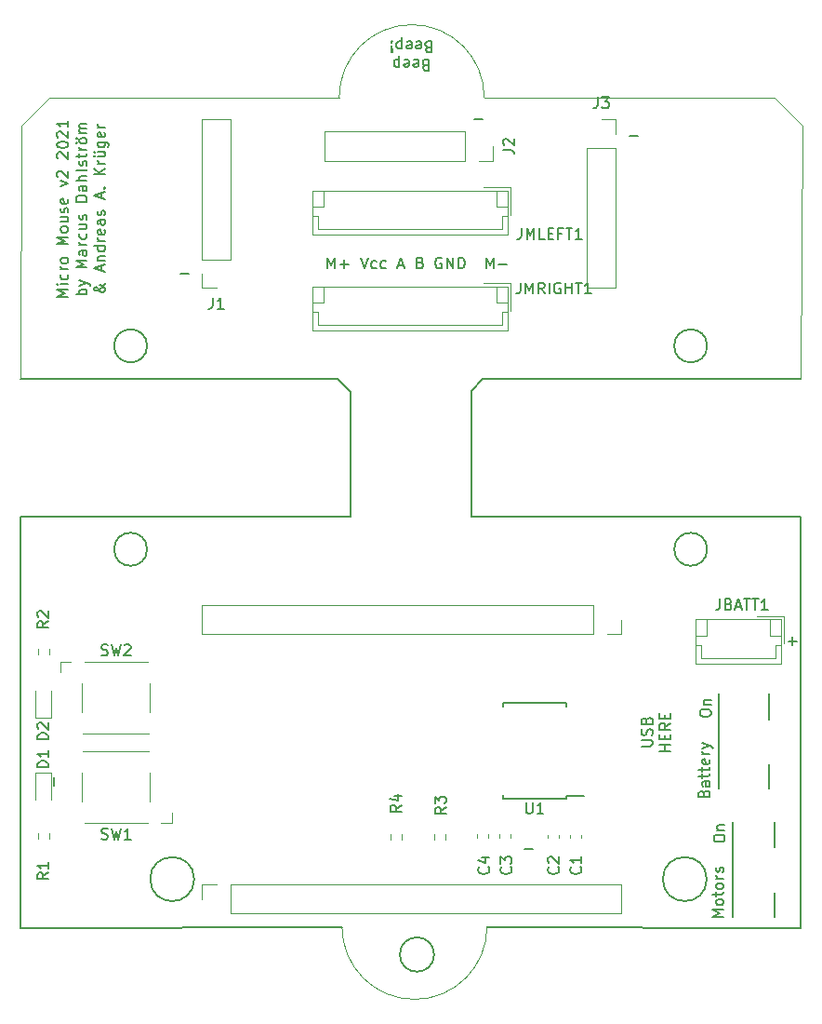
<source format=gbr>
G04 #@! TF.GenerationSoftware,KiCad,Pcbnew,5.1.10-88a1d61d58~90~ubuntu20.04.1*
G04 #@! TF.CreationDate,2021-09-26T11:40:27+02:00*
G04 #@! TF.ProjectId,micromouse_v2,6d696372-6f6d-46f7-9573-655f76322e6b,rev?*
G04 #@! TF.SameCoordinates,Original*
G04 #@! TF.FileFunction,Legend,Top*
G04 #@! TF.FilePolarity,Positive*
%FSLAX46Y46*%
G04 Gerber Fmt 4.6, Leading zero omitted, Abs format (unit mm)*
G04 Created by KiCad (PCBNEW 5.1.10-88a1d61d58~90~ubuntu20.04.1) date 2021-09-26 11:40:27*
%MOMM*%
%LPD*%
G01*
G04 APERTURE LIST*
G04 #@! TA.AperFunction,Profile*
%ADD10C,0.200000*%
G04 #@! TD*
G04 #@! TA.AperFunction,Profile*
%ADD11C,0.050000*%
G04 #@! TD*
%ADD12C,0.150000*%
%ADD13C,0.120000*%
G04 APERTURE END LIST*
D10*
X149352063Y-130034000D02*
G75*
G03*
X149352063Y-130034000I-1556063J0D01*
G01*
X182714900Y-127596900D02*
X154178000Y-127508000D01*
D11*
X154178000Y-127508000D02*
G75*
G02*
X140970000Y-127508000I-6604000J0D01*
G01*
D12*
X148558095Y-49156428D02*
X148415238Y-49108809D01*
X148367619Y-49061190D01*
X148320000Y-48965952D01*
X148320000Y-48823095D01*
X148367619Y-48727857D01*
X148415238Y-48680238D01*
X148510476Y-48632619D01*
X148891428Y-48632619D01*
X148891428Y-49632619D01*
X148558095Y-49632619D01*
X148462857Y-49585000D01*
X148415238Y-49537380D01*
X148367619Y-49442142D01*
X148367619Y-49346904D01*
X148415238Y-49251666D01*
X148462857Y-49204047D01*
X148558095Y-49156428D01*
X148891428Y-49156428D01*
X147510476Y-48680238D02*
X147605714Y-48632619D01*
X147796190Y-48632619D01*
X147891428Y-48680238D01*
X147939047Y-48775476D01*
X147939047Y-49156428D01*
X147891428Y-49251666D01*
X147796190Y-49299285D01*
X147605714Y-49299285D01*
X147510476Y-49251666D01*
X147462857Y-49156428D01*
X147462857Y-49061190D01*
X147939047Y-48965952D01*
X146653333Y-48680238D02*
X146748571Y-48632619D01*
X146939047Y-48632619D01*
X147034285Y-48680238D01*
X147081904Y-48775476D01*
X147081904Y-49156428D01*
X147034285Y-49251666D01*
X146939047Y-49299285D01*
X146748571Y-49299285D01*
X146653333Y-49251666D01*
X146605714Y-49156428D01*
X146605714Y-49061190D01*
X147081904Y-48965952D01*
X146177142Y-49299285D02*
X146177142Y-48299285D01*
X146177142Y-49251666D02*
X146081904Y-49299285D01*
X145891428Y-49299285D01*
X145796190Y-49251666D01*
X145748571Y-49204047D01*
X145700952Y-49108809D01*
X145700952Y-48823095D01*
X145748571Y-48727857D01*
X145796190Y-48680238D01*
X145891428Y-48632619D01*
X146081904Y-48632619D01*
X146177142Y-48680238D01*
X148796190Y-47506428D02*
X148653333Y-47458809D01*
X148605714Y-47411190D01*
X148558095Y-47315952D01*
X148558095Y-47173095D01*
X148605714Y-47077857D01*
X148653333Y-47030238D01*
X148748571Y-46982619D01*
X149129523Y-46982619D01*
X149129523Y-47982619D01*
X148796190Y-47982619D01*
X148700952Y-47935000D01*
X148653333Y-47887380D01*
X148605714Y-47792142D01*
X148605714Y-47696904D01*
X148653333Y-47601666D01*
X148700952Y-47554047D01*
X148796190Y-47506428D01*
X149129523Y-47506428D01*
X147748571Y-47030238D02*
X147843809Y-46982619D01*
X148034285Y-46982619D01*
X148129523Y-47030238D01*
X148177142Y-47125476D01*
X148177142Y-47506428D01*
X148129523Y-47601666D01*
X148034285Y-47649285D01*
X147843809Y-47649285D01*
X147748571Y-47601666D01*
X147700952Y-47506428D01*
X147700952Y-47411190D01*
X148177142Y-47315952D01*
X146891428Y-47030238D02*
X146986666Y-46982619D01*
X147177142Y-46982619D01*
X147272380Y-47030238D01*
X147320000Y-47125476D01*
X147320000Y-47506428D01*
X147272380Y-47601666D01*
X147177142Y-47649285D01*
X146986666Y-47649285D01*
X146891428Y-47601666D01*
X146843809Y-47506428D01*
X146843809Y-47411190D01*
X147320000Y-47315952D01*
X146415238Y-47649285D02*
X146415238Y-46649285D01*
X146415238Y-47601666D02*
X146320000Y-47649285D01*
X146129523Y-47649285D01*
X146034285Y-47601666D01*
X145986666Y-47554047D01*
X145939047Y-47458809D01*
X145939047Y-47173095D01*
X145986666Y-47077857D01*
X146034285Y-47030238D01*
X146129523Y-46982619D01*
X146320000Y-46982619D01*
X146415238Y-47030238D01*
X145510476Y-47077857D02*
X145462857Y-47030238D01*
X145510476Y-46982619D01*
X145558095Y-47030238D01*
X145510476Y-47077857D01*
X145510476Y-46982619D01*
X145510476Y-47363571D02*
X145558095Y-47935000D01*
X145510476Y-47982619D01*
X145462857Y-47935000D01*
X145510476Y-47363571D01*
X145510476Y-47982619D01*
D11*
X140716000Y-52070000D02*
X114300000Y-52070000D01*
X140716000Y-52070000D02*
G75*
G02*
X153924000Y-52070000I6604000J0D01*
G01*
D12*
X173569380Y-108154719D02*
X173569380Y-107964242D01*
X173617000Y-107869004D01*
X173712238Y-107773766D01*
X173902714Y-107726147D01*
X174236047Y-107726147D01*
X174426523Y-107773766D01*
X174521761Y-107869004D01*
X174569380Y-107964242D01*
X174569380Y-108154719D01*
X174521761Y-108249957D01*
X174426523Y-108345195D01*
X174236047Y-108392814D01*
X173902714Y-108392814D01*
X173712238Y-108345195D01*
X173617000Y-108249957D01*
X173569380Y-108154719D01*
X173902714Y-107297576D02*
X174569380Y-107297576D01*
X173997952Y-107297576D02*
X173950333Y-107249957D01*
X173902714Y-107154719D01*
X173902714Y-107011861D01*
X173950333Y-106916623D01*
X174045571Y-106869004D01*
X174569380Y-106869004D01*
X173918571Y-115393528D02*
X173966190Y-115250671D01*
X174013809Y-115203052D01*
X174109047Y-115155433D01*
X174251904Y-115155433D01*
X174347142Y-115203052D01*
X174394761Y-115250671D01*
X174442380Y-115345909D01*
X174442380Y-115726861D01*
X173442380Y-115726861D01*
X173442380Y-115393528D01*
X173490000Y-115298290D01*
X173537619Y-115250671D01*
X173632857Y-115203052D01*
X173728095Y-115203052D01*
X173823333Y-115250671D01*
X173870952Y-115298290D01*
X173918571Y-115393528D01*
X173918571Y-115726861D01*
X174442380Y-114298290D02*
X173918571Y-114298290D01*
X173823333Y-114345909D01*
X173775714Y-114441147D01*
X173775714Y-114631623D01*
X173823333Y-114726861D01*
X174394761Y-114298290D02*
X174442380Y-114393528D01*
X174442380Y-114631623D01*
X174394761Y-114726861D01*
X174299523Y-114774480D01*
X174204285Y-114774480D01*
X174109047Y-114726861D01*
X174061428Y-114631623D01*
X174061428Y-114393528D01*
X174013809Y-114298290D01*
X173775714Y-113964957D02*
X173775714Y-113584004D01*
X173442380Y-113822100D02*
X174299523Y-113822100D01*
X174394761Y-113774480D01*
X174442380Y-113679242D01*
X174442380Y-113584004D01*
X173775714Y-113393528D02*
X173775714Y-113012576D01*
X173442380Y-113250671D02*
X174299523Y-113250671D01*
X174394761Y-113203052D01*
X174442380Y-113107814D01*
X174442380Y-113012576D01*
X174394761Y-112298290D02*
X174442380Y-112393528D01*
X174442380Y-112584004D01*
X174394761Y-112679242D01*
X174299523Y-112726861D01*
X173918571Y-112726861D01*
X173823333Y-112679242D01*
X173775714Y-112584004D01*
X173775714Y-112393528D01*
X173823333Y-112298290D01*
X173918571Y-112250671D01*
X174013809Y-112250671D01*
X174109047Y-112726861D01*
X174442380Y-111822100D02*
X173775714Y-111822100D01*
X173966190Y-111822100D02*
X173870952Y-111774480D01*
X173823333Y-111726861D01*
X173775714Y-111631623D01*
X173775714Y-111536385D01*
X173775714Y-111298290D02*
X174442380Y-111060195D01*
X173775714Y-110822100D02*
X174442380Y-111060195D01*
X174680476Y-111155433D01*
X174728095Y-111203052D01*
X174775714Y-111298290D01*
X174813980Y-119559319D02*
X174813980Y-119368842D01*
X174861600Y-119273604D01*
X174956838Y-119178366D01*
X175147314Y-119130747D01*
X175480647Y-119130747D01*
X175671123Y-119178366D01*
X175766361Y-119273604D01*
X175813980Y-119368842D01*
X175813980Y-119559319D01*
X175766361Y-119654557D01*
X175671123Y-119749795D01*
X175480647Y-119797414D01*
X175147314Y-119797414D01*
X174956838Y-119749795D01*
X174861600Y-119654557D01*
X174813980Y-119559319D01*
X175147314Y-118702176D02*
X175813980Y-118702176D01*
X175242552Y-118702176D02*
X175194933Y-118654557D01*
X175147314Y-118559319D01*
X175147314Y-118416461D01*
X175194933Y-118321223D01*
X175290171Y-118273604D01*
X175813980Y-118273604D01*
X175686980Y-126634595D02*
X174686980Y-126634595D01*
X175401266Y-126301261D01*
X174686980Y-125967928D01*
X175686980Y-125967928D01*
X175686980Y-125348880D02*
X175639361Y-125444119D01*
X175591742Y-125491738D01*
X175496504Y-125539357D01*
X175210790Y-125539357D01*
X175115552Y-125491738D01*
X175067933Y-125444119D01*
X175020314Y-125348880D01*
X175020314Y-125206023D01*
X175067933Y-125110785D01*
X175115552Y-125063166D01*
X175210790Y-125015547D01*
X175496504Y-125015547D01*
X175591742Y-125063166D01*
X175639361Y-125110785D01*
X175686980Y-125206023D01*
X175686980Y-125348880D01*
X175020314Y-124729833D02*
X175020314Y-124348880D01*
X174686980Y-124586976D02*
X175544123Y-124586976D01*
X175639361Y-124539357D01*
X175686980Y-124444119D01*
X175686980Y-124348880D01*
X175686980Y-123872690D02*
X175639361Y-123967928D01*
X175591742Y-124015547D01*
X175496504Y-124063166D01*
X175210790Y-124063166D01*
X175115552Y-124015547D01*
X175067933Y-123967928D01*
X175020314Y-123872690D01*
X175020314Y-123729833D01*
X175067933Y-123634595D01*
X175115552Y-123586976D01*
X175210790Y-123539357D01*
X175496504Y-123539357D01*
X175591742Y-123586976D01*
X175639361Y-123634595D01*
X175686980Y-123729833D01*
X175686980Y-123872690D01*
X175686980Y-123110785D02*
X175020314Y-123110785D01*
X175210790Y-123110785D02*
X175115552Y-123063166D01*
X175067933Y-123015547D01*
X175020314Y-122920309D01*
X175020314Y-122825071D01*
X175639361Y-122539357D02*
X175686980Y-122444119D01*
X175686980Y-122253642D01*
X175639361Y-122158404D01*
X175544123Y-122110785D01*
X175496504Y-122110785D01*
X175401266Y-122158404D01*
X175353647Y-122253642D01*
X175353647Y-122396500D01*
X175306028Y-122491738D01*
X175210790Y-122539357D01*
X175163171Y-122539357D01*
X175067933Y-122491738D01*
X175020314Y-122396500D01*
X175020314Y-122253642D01*
X175067933Y-122158404D01*
D10*
X152781000Y-78740000D02*
X153797000Y-77676000D01*
X140589000Y-77676000D02*
X141732000Y-78867000D01*
X152781000Y-78740000D02*
X152781000Y-90170000D01*
D12*
X167132047Y-55570428D02*
X167893952Y-55570428D01*
X126238047Y-68143428D02*
X126999952Y-68143428D01*
X157607047Y-120467428D02*
X158368952Y-120467428D01*
X114736571Y-113919047D02*
X114736571Y-114680952D01*
X168235880Y-111091504D02*
X169045404Y-111091504D01*
X169140642Y-111043885D01*
X169188261Y-110996266D01*
X169235880Y-110901028D01*
X169235880Y-110710552D01*
X169188261Y-110615314D01*
X169140642Y-110567695D01*
X169045404Y-110520076D01*
X168235880Y-110520076D01*
X169188261Y-110091504D02*
X169235880Y-109948647D01*
X169235880Y-109710552D01*
X169188261Y-109615314D01*
X169140642Y-109567695D01*
X169045404Y-109520076D01*
X168950166Y-109520076D01*
X168854928Y-109567695D01*
X168807309Y-109615314D01*
X168759690Y-109710552D01*
X168712071Y-109901028D01*
X168664452Y-109996266D01*
X168616833Y-110043885D01*
X168521595Y-110091504D01*
X168426357Y-110091504D01*
X168331119Y-110043885D01*
X168283500Y-109996266D01*
X168235880Y-109901028D01*
X168235880Y-109662933D01*
X168283500Y-109520076D01*
X168712071Y-108758171D02*
X168759690Y-108615314D01*
X168807309Y-108567695D01*
X168902547Y-108520076D01*
X169045404Y-108520076D01*
X169140642Y-108567695D01*
X169188261Y-108615314D01*
X169235880Y-108710552D01*
X169235880Y-109091504D01*
X168235880Y-109091504D01*
X168235880Y-108758171D01*
X168283500Y-108662933D01*
X168331119Y-108615314D01*
X168426357Y-108567695D01*
X168521595Y-108567695D01*
X168616833Y-108615314D01*
X168664452Y-108662933D01*
X168712071Y-108758171D01*
X168712071Y-109091504D01*
X170885880Y-111520076D02*
X169885880Y-111520076D01*
X170362071Y-111520076D02*
X170362071Y-110948647D01*
X170885880Y-110948647D02*
X169885880Y-110948647D01*
X170362071Y-110472457D02*
X170362071Y-110139123D01*
X170885880Y-109996266D02*
X170885880Y-110472457D01*
X169885880Y-110472457D01*
X169885880Y-109996266D01*
X170885880Y-108996266D02*
X170409690Y-109329600D01*
X170885880Y-109567695D02*
X169885880Y-109567695D01*
X169885880Y-109186742D01*
X169933500Y-109091504D01*
X169981119Y-109043885D01*
X170076357Y-108996266D01*
X170219214Y-108996266D01*
X170314452Y-109043885D01*
X170362071Y-109091504D01*
X170409690Y-109186742D01*
X170409690Y-109567695D01*
X170362071Y-108567695D02*
X170362071Y-108234361D01*
X170885880Y-108091504D02*
X170885880Y-108567695D01*
X169885880Y-108567695D01*
X169885880Y-108091504D01*
X153035047Y-54046428D02*
X153796952Y-54046428D01*
X139661333Y-67635380D02*
X139661333Y-66635380D01*
X139994666Y-67349666D01*
X140328000Y-66635380D01*
X140328000Y-67635380D01*
X140804190Y-67254428D02*
X141566095Y-67254428D01*
X141185142Y-67635380D02*
X141185142Y-66873476D01*
X142661333Y-66635380D02*
X142994666Y-67635380D01*
X143328000Y-66635380D01*
X144089904Y-67587761D02*
X143994666Y-67635380D01*
X143804190Y-67635380D01*
X143708952Y-67587761D01*
X143661333Y-67540142D01*
X143613714Y-67444904D01*
X143613714Y-67159190D01*
X143661333Y-67063952D01*
X143708952Y-67016333D01*
X143804190Y-66968714D01*
X143994666Y-66968714D01*
X144089904Y-67016333D01*
X144947047Y-67587761D02*
X144851809Y-67635380D01*
X144661333Y-67635380D01*
X144566095Y-67587761D01*
X144518476Y-67540142D01*
X144470857Y-67444904D01*
X144470857Y-67159190D01*
X144518476Y-67063952D01*
X144566095Y-67016333D01*
X144661333Y-66968714D01*
X144851809Y-66968714D01*
X144947047Y-67016333D01*
X146089904Y-67349666D02*
X146566095Y-67349666D01*
X145994666Y-67635380D02*
X146328000Y-66635380D01*
X146661333Y-67635380D01*
X148089904Y-67111571D02*
X148232761Y-67159190D01*
X148280380Y-67206809D01*
X148328000Y-67302047D01*
X148328000Y-67444904D01*
X148280380Y-67540142D01*
X148232761Y-67587761D01*
X148137523Y-67635380D01*
X147756571Y-67635380D01*
X147756571Y-66635380D01*
X148089904Y-66635380D01*
X148185142Y-66683000D01*
X148232761Y-66730619D01*
X148280380Y-66825857D01*
X148280380Y-66921095D01*
X148232761Y-67016333D01*
X148185142Y-67063952D01*
X148089904Y-67111571D01*
X147756571Y-67111571D01*
X150042285Y-66683000D02*
X149947047Y-66635380D01*
X149804190Y-66635380D01*
X149661333Y-66683000D01*
X149566095Y-66778238D01*
X149518476Y-66873476D01*
X149470857Y-67063952D01*
X149470857Y-67206809D01*
X149518476Y-67397285D01*
X149566095Y-67492523D01*
X149661333Y-67587761D01*
X149804190Y-67635380D01*
X149899428Y-67635380D01*
X150042285Y-67587761D01*
X150089904Y-67540142D01*
X150089904Y-67206809D01*
X149899428Y-67206809D01*
X150518476Y-67635380D02*
X150518476Y-66635380D01*
X151089904Y-67635380D01*
X151089904Y-66635380D01*
X151566095Y-67635380D02*
X151566095Y-66635380D01*
X151804190Y-66635380D01*
X151947047Y-66683000D01*
X152042285Y-66778238D01*
X152089904Y-66873476D01*
X152137523Y-67063952D01*
X152137523Y-67206809D01*
X152089904Y-67397285D01*
X152042285Y-67492523D01*
X151947047Y-67587761D01*
X151804190Y-67635380D01*
X151566095Y-67635380D01*
X154089904Y-67635380D02*
X154089904Y-66635380D01*
X154423238Y-67349666D01*
X154756571Y-66635380D01*
X154756571Y-67635380D01*
X155232761Y-67254428D02*
X155994666Y-67254428D01*
X181597347Y-101531728D02*
X182359252Y-101531728D01*
X181978300Y-101912680D02*
X181978300Y-101150776D01*
X117737380Y-69991904D02*
X116737380Y-69991904D01*
X117118333Y-69991904D02*
X117070714Y-69896666D01*
X117070714Y-69706190D01*
X117118333Y-69610952D01*
X117165952Y-69563333D01*
X117261190Y-69515714D01*
X117546904Y-69515714D01*
X117642142Y-69563333D01*
X117689761Y-69610952D01*
X117737380Y-69706190D01*
X117737380Y-69896666D01*
X117689761Y-69991904D01*
X117070714Y-69182380D02*
X117737380Y-68944285D01*
X117070714Y-68706190D02*
X117737380Y-68944285D01*
X117975476Y-69039523D01*
X118023095Y-69087142D01*
X118070714Y-69182380D01*
X117737380Y-67563333D02*
X116737380Y-67563333D01*
X117451666Y-67230000D01*
X116737380Y-66896666D01*
X117737380Y-66896666D01*
X117737380Y-65991904D02*
X117213571Y-65991904D01*
X117118333Y-66039523D01*
X117070714Y-66134761D01*
X117070714Y-66325238D01*
X117118333Y-66420476D01*
X117689761Y-65991904D02*
X117737380Y-66087142D01*
X117737380Y-66325238D01*
X117689761Y-66420476D01*
X117594523Y-66468095D01*
X117499285Y-66468095D01*
X117404047Y-66420476D01*
X117356428Y-66325238D01*
X117356428Y-66087142D01*
X117308809Y-65991904D01*
X117737380Y-65515714D02*
X117070714Y-65515714D01*
X117261190Y-65515714D02*
X117165952Y-65468095D01*
X117118333Y-65420476D01*
X117070714Y-65325238D01*
X117070714Y-65230000D01*
X117689761Y-64468095D02*
X117737380Y-64563333D01*
X117737380Y-64753809D01*
X117689761Y-64849047D01*
X117642142Y-64896666D01*
X117546904Y-64944285D01*
X117261190Y-64944285D01*
X117165952Y-64896666D01*
X117118333Y-64849047D01*
X117070714Y-64753809D01*
X117070714Y-64563333D01*
X117118333Y-64468095D01*
X117070714Y-63610952D02*
X117737380Y-63610952D01*
X117070714Y-64039523D02*
X117594523Y-64039523D01*
X117689761Y-63991904D01*
X117737380Y-63896666D01*
X117737380Y-63753809D01*
X117689761Y-63658571D01*
X117642142Y-63610952D01*
X117689761Y-63182380D02*
X117737380Y-63087142D01*
X117737380Y-62896666D01*
X117689761Y-62801428D01*
X117594523Y-62753809D01*
X117546904Y-62753809D01*
X117451666Y-62801428D01*
X117404047Y-62896666D01*
X117404047Y-63039523D01*
X117356428Y-63134761D01*
X117261190Y-63182380D01*
X117213571Y-63182380D01*
X117118333Y-63134761D01*
X117070714Y-63039523D01*
X117070714Y-62896666D01*
X117118333Y-62801428D01*
X117737380Y-61563333D02*
X116737380Y-61563333D01*
X116737380Y-61325238D01*
X116785000Y-61182380D01*
X116880238Y-61087142D01*
X116975476Y-61039523D01*
X117165952Y-60991904D01*
X117308809Y-60991904D01*
X117499285Y-61039523D01*
X117594523Y-61087142D01*
X117689761Y-61182380D01*
X117737380Y-61325238D01*
X117737380Y-61563333D01*
X117737380Y-60134761D02*
X117213571Y-60134761D01*
X117118333Y-60182380D01*
X117070714Y-60277619D01*
X117070714Y-60468095D01*
X117118333Y-60563333D01*
X117689761Y-60134761D02*
X117737380Y-60230000D01*
X117737380Y-60468095D01*
X117689761Y-60563333D01*
X117594523Y-60610952D01*
X117499285Y-60610952D01*
X117404047Y-60563333D01*
X117356428Y-60468095D01*
X117356428Y-60230000D01*
X117308809Y-60134761D01*
X117737380Y-59658571D02*
X116737380Y-59658571D01*
X117737380Y-59230000D02*
X117213571Y-59230000D01*
X117118333Y-59277619D01*
X117070714Y-59372857D01*
X117070714Y-59515714D01*
X117118333Y-59610952D01*
X117165952Y-59658571D01*
X117737380Y-58610952D02*
X117689761Y-58706190D01*
X117594523Y-58753809D01*
X116737380Y-58753809D01*
X117689761Y-58277619D02*
X117737380Y-58182380D01*
X117737380Y-57991904D01*
X117689761Y-57896666D01*
X117594523Y-57849047D01*
X117546904Y-57849047D01*
X117451666Y-57896666D01*
X117404047Y-57991904D01*
X117404047Y-58134761D01*
X117356428Y-58230000D01*
X117261190Y-58277619D01*
X117213571Y-58277619D01*
X117118333Y-58230000D01*
X117070714Y-58134761D01*
X117070714Y-57991904D01*
X117118333Y-57896666D01*
X117070714Y-57563333D02*
X117070714Y-57182380D01*
X116737380Y-57420476D02*
X117594523Y-57420476D01*
X117689761Y-57372857D01*
X117737380Y-57277619D01*
X117737380Y-57182380D01*
X117737380Y-56849047D02*
X117070714Y-56849047D01*
X117261190Y-56849047D02*
X117165952Y-56801428D01*
X117118333Y-56753809D01*
X117070714Y-56658571D01*
X117070714Y-56563333D01*
X117737380Y-56087142D02*
X117689761Y-56182380D01*
X117642142Y-56230000D01*
X117546904Y-56277619D01*
X117261190Y-56277619D01*
X117165952Y-56230000D01*
X117118333Y-56182380D01*
X117070714Y-56087142D01*
X117070714Y-55944285D01*
X117118333Y-55849047D01*
X117165952Y-55801428D01*
X117261190Y-55753809D01*
X117546904Y-55753809D01*
X117642142Y-55801428D01*
X117689761Y-55849047D01*
X117737380Y-55944285D01*
X117737380Y-56087142D01*
X116737380Y-56182380D02*
X116785000Y-56134761D01*
X116832619Y-56182380D01*
X116785000Y-56230000D01*
X116737380Y-56182380D01*
X116832619Y-56182380D01*
X116737380Y-55801428D02*
X116785000Y-55753809D01*
X116832619Y-55801428D01*
X116785000Y-55849047D01*
X116737380Y-55801428D01*
X116832619Y-55801428D01*
X117737380Y-55325238D02*
X117070714Y-55325238D01*
X117165952Y-55325238D02*
X117118333Y-55277619D01*
X117070714Y-55182380D01*
X117070714Y-55039523D01*
X117118333Y-54944285D01*
X117213571Y-54896666D01*
X117737380Y-54896666D01*
X117213571Y-54896666D02*
X117118333Y-54849047D01*
X117070714Y-54753809D01*
X117070714Y-54610952D01*
X117118333Y-54515714D01*
X117213571Y-54468095D01*
X117737380Y-54468095D01*
X119387380Y-68991904D02*
X119387380Y-69039523D01*
X119339761Y-69134761D01*
X119196904Y-69277619D01*
X118911190Y-69515714D01*
X118768333Y-69610952D01*
X118625476Y-69658571D01*
X118530238Y-69658571D01*
X118435000Y-69610952D01*
X118387380Y-69515714D01*
X118387380Y-69468095D01*
X118435000Y-69372857D01*
X118530238Y-69325238D01*
X118577857Y-69325238D01*
X118673095Y-69372857D01*
X118720714Y-69420476D01*
X118911190Y-69706190D01*
X118958809Y-69753809D01*
X119054047Y-69801428D01*
X119196904Y-69801428D01*
X119292142Y-69753809D01*
X119339761Y-69706190D01*
X119387380Y-69610952D01*
X119387380Y-69468095D01*
X119339761Y-69372857D01*
X119292142Y-69325238D01*
X119101666Y-69182380D01*
X118958809Y-69134761D01*
X118863571Y-69134761D01*
X119101666Y-67849047D02*
X119101666Y-67372857D01*
X119387380Y-67944285D02*
X118387380Y-67610952D01*
X119387380Y-67277619D01*
X118720714Y-66944285D02*
X119387380Y-66944285D01*
X118815952Y-66944285D02*
X118768333Y-66896666D01*
X118720714Y-66801428D01*
X118720714Y-66658571D01*
X118768333Y-66563333D01*
X118863571Y-66515714D01*
X119387380Y-66515714D01*
X119387380Y-65610952D02*
X118387380Y-65610952D01*
X119339761Y-65610952D02*
X119387380Y-65706190D01*
X119387380Y-65896666D01*
X119339761Y-65991904D01*
X119292142Y-66039523D01*
X119196904Y-66087142D01*
X118911190Y-66087142D01*
X118815952Y-66039523D01*
X118768333Y-65991904D01*
X118720714Y-65896666D01*
X118720714Y-65706190D01*
X118768333Y-65610952D01*
X119387380Y-65134761D02*
X118720714Y-65134761D01*
X118911190Y-65134761D02*
X118815952Y-65087142D01*
X118768333Y-65039523D01*
X118720714Y-64944285D01*
X118720714Y-64849047D01*
X119339761Y-64134761D02*
X119387380Y-64230000D01*
X119387380Y-64420476D01*
X119339761Y-64515714D01*
X119244523Y-64563333D01*
X118863571Y-64563333D01*
X118768333Y-64515714D01*
X118720714Y-64420476D01*
X118720714Y-64230000D01*
X118768333Y-64134761D01*
X118863571Y-64087142D01*
X118958809Y-64087142D01*
X119054047Y-64563333D01*
X119387380Y-63230000D02*
X118863571Y-63230000D01*
X118768333Y-63277619D01*
X118720714Y-63372857D01*
X118720714Y-63563333D01*
X118768333Y-63658571D01*
X119339761Y-63230000D02*
X119387380Y-63325238D01*
X119387380Y-63563333D01*
X119339761Y-63658571D01*
X119244523Y-63706190D01*
X119149285Y-63706190D01*
X119054047Y-63658571D01*
X119006428Y-63563333D01*
X119006428Y-63325238D01*
X118958809Y-63230000D01*
X119339761Y-62801428D02*
X119387380Y-62706190D01*
X119387380Y-62515714D01*
X119339761Y-62420476D01*
X119244523Y-62372857D01*
X119196904Y-62372857D01*
X119101666Y-62420476D01*
X119054047Y-62515714D01*
X119054047Y-62658571D01*
X119006428Y-62753809D01*
X118911190Y-62801428D01*
X118863571Y-62801428D01*
X118768333Y-62753809D01*
X118720714Y-62658571D01*
X118720714Y-62515714D01*
X118768333Y-62420476D01*
X119101666Y-61230000D02*
X119101666Y-60753809D01*
X119387380Y-61325238D02*
X118387380Y-60991904D01*
X119387380Y-60658571D01*
X119292142Y-60325238D02*
X119339761Y-60277619D01*
X119387380Y-60325238D01*
X119339761Y-60372857D01*
X119292142Y-60325238D01*
X119387380Y-60325238D01*
X119387380Y-59087142D02*
X118387380Y-59087142D01*
X119387380Y-58515714D02*
X118815952Y-58944285D01*
X118387380Y-58515714D02*
X118958809Y-59087142D01*
X119387380Y-58087142D02*
X118720714Y-58087142D01*
X118911190Y-58087142D02*
X118815952Y-58039523D01*
X118768333Y-57991904D01*
X118720714Y-57896666D01*
X118720714Y-57801428D01*
X118720714Y-57039523D02*
X119387380Y-57039523D01*
X118720714Y-57468095D02*
X119244523Y-57468095D01*
X119339761Y-57420476D01*
X119387380Y-57325238D01*
X119387380Y-57182380D01*
X119339761Y-57087142D01*
X119292142Y-57039523D01*
X118387380Y-57420476D02*
X118435000Y-57372857D01*
X118482619Y-57420476D01*
X118435000Y-57468095D01*
X118387380Y-57420476D01*
X118482619Y-57420476D01*
X118387380Y-57039523D02*
X118435000Y-56991904D01*
X118482619Y-57039523D01*
X118435000Y-57087142D01*
X118387380Y-57039523D01*
X118482619Y-57039523D01*
X118720714Y-56134761D02*
X119530238Y-56134761D01*
X119625476Y-56182380D01*
X119673095Y-56230000D01*
X119720714Y-56325238D01*
X119720714Y-56468095D01*
X119673095Y-56563333D01*
X119339761Y-56134761D02*
X119387380Y-56230000D01*
X119387380Y-56420476D01*
X119339761Y-56515714D01*
X119292142Y-56563333D01*
X119196904Y-56610952D01*
X118911190Y-56610952D01*
X118815952Y-56563333D01*
X118768333Y-56515714D01*
X118720714Y-56420476D01*
X118720714Y-56230000D01*
X118768333Y-56134761D01*
X119339761Y-55277619D02*
X119387380Y-55372857D01*
X119387380Y-55563333D01*
X119339761Y-55658571D01*
X119244523Y-55706190D01*
X118863571Y-55706190D01*
X118768333Y-55658571D01*
X118720714Y-55563333D01*
X118720714Y-55372857D01*
X118768333Y-55277619D01*
X118863571Y-55230000D01*
X118958809Y-55230000D01*
X119054047Y-55706190D01*
X119387380Y-54801428D02*
X118720714Y-54801428D01*
X118911190Y-54801428D02*
X118815952Y-54753809D01*
X118768333Y-54706190D01*
X118720714Y-54610952D01*
X118720714Y-54515714D01*
X116022380Y-70206190D02*
X115022380Y-70206190D01*
X115736666Y-69872857D01*
X115022380Y-69539523D01*
X116022380Y-69539523D01*
X116022380Y-69063333D02*
X115355714Y-69063333D01*
X115022380Y-69063333D02*
X115070000Y-69110952D01*
X115117619Y-69063333D01*
X115070000Y-69015714D01*
X115022380Y-69063333D01*
X115117619Y-69063333D01*
X115974761Y-68158571D02*
X116022380Y-68253809D01*
X116022380Y-68444285D01*
X115974761Y-68539523D01*
X115927142Y-68587142D01*
X115831904Y-68634761D01*
X115546190Y-68634761D01*
X115450952Y-68587142D01*
X115403333Y-68539523D01*
X115355714Y-68444285D01*
X115355714Y-68253809D01*
X115403333Y-68158571D01*
X116022380Y-67730000D02*
X115355714Y-67730000D01*
X115546190Y-67730000D02*
X115450952Y-67682380D01*
X115403333Y-67634761D01*
X115355714Y-67539523D01*
X115355714Y-67444285D01*
X116022380Y-66968095D02*
X115974761Y-67063333D01*
X115927142Y-67110952D01*
X115831904Y-67158571D01*
X115546190Y-67158571D01*
X115450952Y-67110952D01*
X115403333Y-67063333D01*
X115355714Y-66968095D01*
X115355714Y-66825238D01*
X115403333Y-66730000D01*
X115450952Y-66682380D01*
X115546190Y-66634761D01*
X115831904Y-66634761D01*
X115927142Y-66682380D01*
X115974761Y-66730000D01*
X116022380Y-66825238D01*
X116022380Y-66968095D01*
X116022380Y-65444285D02*
X115022380Y-65444285D01*
X115736666Y-65110952D01*
X115022380Y-64777619D01*
X116022380Y-64777619D01*
X116022380Y-64158571D02*
X115974761Y-64253809D01*
X115927142Y-64301428D01*
X115831904Y-64349047D01*
X115546190Y-64349047D01*
X115450952Y-64301428D01*
X115403333Y-64253809D01*
X115355714Y-64158571D01*
X115355714Y-64015714D01*
X115403333Y-63920476D01*
X115450952Y-63872857D01*
X115546190Y-63825238D01*
X115831904Y-63825238D01*
X115927142Y-63872857D01*
X115974761Y-63920476D01*
X116022380Y-64015714D01*
X116022380Y-64158571D01*
X115355714Y-62968095D02*
X116022380Y-62968095D01*
X115355714Y-63396666D02*
X115879523Y-63396666D01*
X115974761Y-63349047D01*
X116022380Y-63253809D01*
X116022380Y-63110952D01*
X115974761Y-63015714D01*
X115927142Y-62968095D01*
X115974761Y-62539523D02*
X116022380Y-62444285D01*
X116022380Y-62253809D01*
X115974761Y-62158571D01*
X115879523Y-62110952D01*
X115831904Y-62110952D01*
X115736666Y-62158571D01*
X115689047Y-62253809D01*
X115689047Y-62396666D01*
X115641428Y-62491904D01*
X115546190Y-62539523D01*
X115498571Y-62539523D01*
X115403333Y-62491904D01*
X115355714Y-62396666D01*
X115355714Y-62253809D01*
X115403333Y-62158571D01*
X115974761Y-61301428D02*
X116022380Y-61396666D01*
X116022380Y-61587142D01*
X115974761Y-61682380D01*
X115879523Y-61730000D01*
X115498571Y-61730000D01*
X115403333Y-61682380D01*
X115355714Y-61587142D01*
X115355714Y-61396666D01*
X115403333Y-61301428D01*
X115498571Y-61253809D01*
X115593809Y-61253809D01*
X115689047Y-61730000D01*
X115355714Y-60158571D02*
X116022380Y-59920476D01*
X115355714Y-59682380D01*
X115117619Y-59349047D02*
X115070000Y-59301428D01*
X115022380Y-59206190D01*
X115022380Y-58968095D01*
X115070000Y-58872857D01*
X115117619Y-58825238D01*
X115212857Y-58777619D01*
X115308095Y-58777619D01*
X115450952Y-58825238D01*
X116022380Y-59396666D01*
X116022380Y-58777619D01*
X115117619Y-57634761D02*
X115070000Y-57587142D01*
X115022380Y-57491904D01*
X115022380Y-57253809D01*
X115070000Y-57158571D01*
X115117619Y-57110952D01*
X115212857Y-57063333D01*
X115308095Y-57063333D01*
X115450952Y-57110952D01*
X116022380Y-57682380D01*
X116022380Y-57063333D01*
X115022380Y-56444285D02*
X115022380Y-56349047D01*
X115070000Y-56253809D01*
X115117619Y-56206190D01*
X115212857Y-56158571D01*
X115403333Y-56110952D01*
X115641428Y-56110952D01*
X115831904Y-56158571D01*
X115927142Y-56206190D01*
X115974761Y-56253809D01*
X116022380Y-56349047D01*
X116022380Y-56444285D01*
X115974761Y-56539523D01*
X115927142Y-56587142D01*
X115831904Y-56634761D01*
X115641428Y-56682380D01*
X115403333Y-56682380D01*
X115212857Y-56634761D01*
X115117619Y-56587142D01*
X115070000Y-56539523D01*
X115022380Y-56444285D01*
X115117619Y-55730000D02*
X115070000Y-55682380D01*
X115022380Y-55587142D01*
X115022380Y-55349047D01*
X115070000Y-55253809D01*
X115117619Y-55206190D01*
X115212857Y-55158571D01*
X115308095Y-55158571D01*
X115450952Y-55206190D01*
X116022380Y-55777619D01*
X116022380Y-55158571D01*
X116022380Y-54206190D02*
X116022380Y-54777619D01*
X116022380Y-54491904D02*
X115022380Y-54491904D01*
X115165238Y-54587142D01*
X115260476Y-54682380D01*
X115308095Y-54777619D01*
D11*
X180340000Y-52070000D02*
X153924000Y-52070000D01*
X182720000Y-77676000D02*
X182880000Y-54610000D01*
X111760000Y-54610000D02*
X111720000Y-77676000D01*
X180340000Y-52070000D02*
X182880000Y-54610000D01*
X111760000Y-54610000D02*
X114300000Y-52070000D01*
D10*
X111720000Y-77676000D02*
X140589000Y-77676000D01*
X141732000Y-90170000D02*
X111720000Y-90176000D01*
X111720000Y-90176000D02*
X111714900Y-127596900D01*
X182720000Y-90176000D02*
X182714900Y-127596900D01*
X123219999Y-93176000D02*
G75*
G03*
X123219999Y-93176000I-1499999J0D01*
G01*
X123219999Y-74676000D02*
G75*
G03*
X123219999Y-74676000I-1499999J0D01*
G01*
X141732000Y-78867000D02*
X141732000Y-90170000D01*
X182720000Y-77676000D02*
X153797000Y-77676000D01*
X152781000Y-90170000D02*
X182720000Y-90176000D01*
X140970000Y-127508000D02*
X111714900Y-127596900D01*
X174180000Y-123176000D02*
G75*
G03*
X174180000Y-123176000I-2000000J0D01*
G01*
X127508000Y-123176000D02*
G75*
G03*
X127508000Y-123176000I-2000000J0D01*
G01*
X174219999Y-93176000D02*
G75*
G03*
X174219999Y-93176000I-1499999J0D01*
G01*
X174219999Y-74676000D02*
G75*
G03*
X174219999Y-74676000I-1499999J0D01*
G01*
D12*
G04 #@! TO.C,SW4*
X176542700Y-126594900D02*
X176542700Y-117994900D01*
X180352700Y-126580900D02*
X180352700Y-124380900D01*
X180352700Y-120294900D02*
X180352700Y-117994900D01*
G04 #@! TO.C,SW3*
X179846000Y-108636300D02*
X179846000Y-106336300D01*
X179846000Y-114936300D02*
X179846000Y-112736300D01*
X175246000Y-114936300D02*
X175246000Y-106336300D01*
D13*
G04 #@! TO.C,SW1*
X117496000Y-118058000D02*
X123296000Y-118058000D01*
X117396000Y-111558000D02*
X123396000Y-111558000D01*
X117296000Y-116108000D02*
X117296000Y-113508000D01*
X123496000Y-116108000D02*
X123496000Y-113508000D01*
X125496000Y-117108000D02*
X125496000Y-118108000D01*
X125496000Y-118108000D02*
X124496000Y-118108000D01*
G04 #@! TO.C,R2*
X114314500Y-102257776D02*
X114314500Y-102767224D01*
X113269500Y-102257776D02*
X113269500Y-102767224D01*
G04 #@! TO.C,D2*
X113057000Y-106021000D02*
X113057000Y-108481000D01*
X113057000Y-108481000D02*
X114527000Y-108481000D01*
X114527000Y-108481000D02*
X114527000Y-106021000D01*
G04 #@! TO.C,C1*
X162714400Y-119131033D02*
X162714400Y-119423567D01*
X161694400Y-119131033D02*
X161694400Y-119423567D01*
D12*
G04 #@! TO.C,U1*
X161371000Y-115831000D02*
X161371000Y-115606000D01*
X155621000Y-115831000D02*
X155621000Y-115531000D01*
X155621000Y-107181000D02*
X155621000Y-107481000D01*
X161371000Y-107181000D02*
X161371000Y-107481000D01*
X161371000Y-115831000D02*
X155621000Y-115831000D01*
X161371000Y-107181000D02*
X155621000Y-107181000D01*
X161371000Y-115606000D02*
X162971000Y-115606000D01*
D13*
G04 #@! TO.C,C4*
X154281600Y-119398167D02*
X154281600Y-119105633D01*
X153261600Y-119398167D02*
X153261600Y-119105633D01*
G04 #@! TO.C,C3*
X156313600Y-119105633D02*
X156313600Y-119398167D01*
X155293600Y-119105633D02*
X155293600Y-119398167D01*
G04 #@! TO.C,C2*
X160682400Y-119423567D02*
X160682400Y-119131033D01*
X159662400Y-119423567D02*
X159662400Y-119131033D01*
G04 #@! TO.C,D1*
X113057000Y-113515000D02*
X113057000Y-115975000D01*
X114527000Y-113515000D02*
X113057000Y-113515000D01*
X114527000Y-115975000D02*
X114527000Y-113515000D01*
G04 #@! TO.C,J1*
X130870000Y-66802000D02*
X128210000Y-66802000D01*
X130870000Y-66802000D02*
X130870000Y-54042000D01*
X130870000Y-54042000D02*
X128210000Y-54042000D01*
X128210000Y-66802000D02*
X128210000Y-54042000D01*
X128210000Y-69402000D02*
X128210000Y-68072000D01*
X129540000Y-69402000D02*
X128210000Y-69402000D01*
G04 #@! TO.C,J2*
X154746000Y-56515000D02*
X154746000Y-57845000D01*
X154746000Y-57845000D02*
X153416000Y-57845000D01*
X152146000Y-57845000D02*
X139386000Y-57845000D01*
X139386000Y-55185000D02*
X139386000Y-57845000D01*
X152146000Y-55185000D02*
X139386000Y-55185000D01*
X152146000Y-55185000D02*
X152146000Y-57845000D01*
G04 #@! TO.C,J3*
X163262000Y-56642000D02*
X165922000Y-56642000D01*
X163262000Y-56642000D02*
X163262000Y-69402000D01*
X163262000Y-69402000D02*
X165922000Y-69402000D01*
X165922000Y-56642000D02*
X165922000Y-69402000D01*
X165922000Y-54042000D02*
X165922000Y-55372000D01*
X164592000Y-54042000D02*
X165922000Y-54042000D01*
G04 #@! TO.C,JBATT1*
X180918000Y-103576700D02*
X180918000Y-99556700D01*
X180918000Y-99556700D02*
X173198000Y-99556700D01*
X173198000Y-99556700D02*
X173198000Y-103576700D01*
X173198000Y-103576700D02*
X180918000Y-103576700D01*
X180918000Y-101866700D02*
X180418000Y-101866700D01*
X180418000Y-101866700D02*
X180418000Y-103076700D01*
X180418000Y-103076700D02*
X173698000Y-103076700D01*
X173698000Y-103076700D02*
X173698000Y-101866700D01*
X173698000Y-101866700D02*
X173198000Y-101866700D01*
X180918000Y-101056700D02*
X179918000Y-101056700D01*
X179918000Y-101056700D02*
X179918000Y-99556700D01*
X173198000Y-101056700D02*
X174198000Y-101056700D01*
X174198000Y-101056700D02*
X174198000Y-99556700D01*
X181218000Y-101756700D02*
X181218000Y-99256700D01*
X181218000Y-99256700D02*
X178718000Y-99256700D01*
G04 #@! TO.C,JLEFT1*
X130810000Y-126298000D02*
X130810000Y-123638000D01*
X130810000Y-126298000D02*
X166430000Y-126298000D01*
X166430000Y-126298000D02*
X166430000Y-123638000D01*
X130810000Y-123638000D02*
X166430000Y-123638000D01*
X128210000Y-123638000D02*
X129540000Y-123638000D01*
X128210000Y-124968000D02*
X128210000Y-123638000D01*
G04 #@! TO.C,JRIGHT1*
X166430000Y-99568000D02*
X166430000Y-100898000D01*
X166430000Y-100898000D02*
X165100000Y-100898000D01*
X163830000Y-100898000D02*
X128210000Y-100898000D01*
X128210000Y-98238000D02*
X128210000Y-100898000D01*
X163830000Y-98238000D02*
X128210000Y-98238000D01*
X163830000Y-98238000D02*
X163830000Y-100898000D01*
G04 #@! TO.C,R4*
X146445500Y-119611224D02*
X146445500Y-119101776D01*
X145400500Y-119611224D02*
X145400500Y-119101776D01*
G04 #@! TO.C,R3*
X150382500Y-119101776D02*
X150382500Y-119611224D01*
X149337500Y-119101776D02*
X149337500Y-119611224D01*
G04 #@! TO.C,R1*
X114314500Y-119531224D02*
X114314500Y-119021776D01*
X113269500Y-119531224D02*
X113269500Y-119021776D01*
G04 #@! TO.C,SW2*
X115296000Y-103380000D02*
X116296000Y-103380000D01*
X115296000Y-104380000D02*
X115296000Y-103380000D01*
X117296000Y-105380000D02*
X117296000Y-107980000D01*
X123496000Y-105380000D02*
X123496000Y-107980000D01*
X123396000Y-109930000D02*
X117396000Y-109930000D01*
X123296000Y-103430000D02*
X117496000Y-103430000D01*
G04 #@! TO.C,JMLEFT1*
X156026000Y-64575000D02*
X156026000Y-60555000D01*
X156026000Y-60555000D02*
X138306000Y-60555000D01*
X138306000Y-60555000D02*
X138306000Y-64575000D01*
X138306000Y-64575000D02*
X156026000Y-64575000D01*
X156026000Y-62865000D02*
X155526000Y-62865000D01*
X155526000Y-62865000D02*
X155526000Y-64075000D01*
X155526000Y-64075000D02*
X138806000Y-64075000D01*
X138806000Y-64075000D02*
X138806000Y-62865000D01*
X138806000Y-62865000D02*
X138306000Y-62865000D01*
X156026000Y-62055000D02*
X155026000Y-62055000D01*
X155026000Y-62055000D02*
X155026000Y-60555000D01*
X138306000Y-62055000D02*
X139306000Y-62055000D01*
X139306000Y-62055000D02*
X139306000Y-60555000D01*
X156326000Y-62755000D02*
X156326000Y-60255000D01*
X156326000Y-60255000D02*
X153826000Y-60255000D01*
G04 #@! TO.C,JMRIGHT1*
X156326000Y-68967200D02*
X153826000Y-68967200D01*
X156326000Y-71467200D02*
X156326000Y-68967200D01*
X139306000Y-70767200D02*
X139306000Y-69267200D01*
X138306000Y-70767200D02*
X139306000Y-70767200D01*
X155026000Y-70767200D02*
X155026000Y-69267200D01*
X156026000Y-70767200D02*
X155026000Y-70767200D01*
X138806000Y-71577200D02*
X138306000Y-71577200D01*
X138806000Y-72787200D02*
X138806000Y-71577200D01*
X155526000Y-72787200D02*
X138806000Y-72787200D01*
X155526000Y-71577200D02*
X155526000Y-72787200D01*
X156026000Y-71577200D02*
X155526000Y-71577200D01*
X138306000Y-73287200D02*
X156026000Y-73287200D01*
X138306000Y-69267200D02*
X138306000Y-73287200D01*
X156026000Y-69267200D02*
X138306000Y-69267200D01*
X156026000Y-73287200D02*
X156026000Y-69267200D01*
G04 #@! TD*
G04 #@! TO.C,SW1*
D12*
X119062666Y-119512761D02*
X119205523Y-119560380D01*
X119443619Y-119560380D01*
X119538857Y-119512761D01*
X119586476Y-119465142D01*
X119634095Y-119369904D01*
X119634095Y-119274666D01*
X119586476Y-119179428D01*
X119538857Y-119131809D01*
X119443619Y-119084190D01*
X119253142Y-119036571D01*
X119157904Y-118988952D01*
X119110285Y-118941333D01*
X119062666Y-118846095D01*
X119062666Y-118750857D01*
X119110285Y-118655619D01*
X119157904Y-118608000D01*
X119253142Y-118560380D01*
X119491238Y-118560380D01*
X119634095Y-118608000D01*
X119967428Y-118560380D02*
X120205523Y-119560380D01*
X120396000Y-118846095D01*
X120586476Y-119560380D01*
X120824571Y-118560380D01*
X121729333Y-119560380D02*
X121157904Y-119560380D01*
X121443619Y-119560380D02*
X121443619Y-118560380D01*
X121348380Y-118703238D01*
X121253142Y-118798476D01*
X121157904Y-118846095D01*
G04 #@! TO.C,R2*
X114244380Y-99734666D02*
X113768190Y-100068000D01*
X114244380Y-100306095D02*
X113244380Y-100306095D01*
X113244380Y-99925142D01*
X113292000Y-99829904D01*
X113339619Y-99782285D01*
X113434857Y-99734666D01*
X113577714Y-99734666D01*
X113672952Y-99782285D01*
X113720571Y-99829904D01*
X113768190Y-99925142D01*
X113768190Y-100306095D01*
X113339619Y-99353714D02*
X113292000Y-99306095D01*
X113244380Y-99210857D01*
X113244380Y-98972761D01*
X113292000Y-98877523D01*
X113339619Y-98829904D01*
X113434857Y-98782285D01*
X113530095Y-98782285D01*
X113672952Y-98829904D01*
X114244380Y-99401333D01*
X114244380Y-98782285D01*
G04 #@! TO.C,D2*
X114244380Y-110466095D02*
X113244380Y-110466095D01*
X113244380Y-110228000D01*
X113292000Y-110085142D01*
X113387238Y-109989904D01*
X113482476Y-109942285D01*
X113672952Y-109894666D01*
X113815809Y-109894666D01*
X114006285Y-109942285D01*
X114101523Y-109989904D01*
X114196761Y-110085142D01*
X114244380Y-110228000D01*
X114244380Y-110466095D01*
X113339619Y-109513714D02*
X113292000Y-109466095D01*
X113244380Y-109370857D01*
X113244380Y-109132761D01*
X113292000Y-109037523D01*
X113339619Y-108989904D01*
X113434857Y-108942285D01*
X113530095Y-108942285D01*
X113672952Y-108989904D01*
X114244380Y-109561333D01*
X114244380Y-108942285D01*
G04 #@! TO.C,C1*
X162663142Y-122086666D02*
X162710761Y-122134285D01*
X162758380Y-122277142D01*
X162758380Y-122372380D01*
X162710761Y-122515238D01*
X162615523Y-122610476D01*
X162520285Y-122658095D01*
X162329809Y-122705714D01*
X162186952Y-122705714D01*
X161996476Y-122658095D01*
X161901238Y-122610476D01*
X161806000Y-122515238D01*
X161758380Y-122372380D01*
X161758380Y-122277142D01*
X161806000Y-122134285D01*
X161853619Y-122086666D01*
X162758380Y-121134285D02*
X162758380Y-121705714D01*
X162758380Y-121420000D02*
X161758380Y-121420000D01*
X161901238Y-121515238D01*
X161996476Y-121610476D01*
X162044095Y-121705714D01*
G04 #@! TO.C,U1*
X157734095Y-116208380D02*
X157734095Y-117017904D01*
X157781714Y-117113142D01*
X157829333Y-117160761D01*
X157924571Y-117208380D01*
X158115047Y-117208380D01*
X158210285Y-117160761D01*
X158257904Y-117113142D01*
X158305523Y-117017904D01*
X158305523Y-116208380D01*
X159305523Y-117208380D02*
X158734095Y-117208380D01*
X159019809Y-117208380D02*
X159019809Y-116208380D01*
X158924571Y-116351238D01*
X158829333Y-116446476D01*
X158734095Y-116494095D01*
G04 #@! TO.C,C4*
X154281142Y-122086666D02*
X154328761Y-122134285D01*
X154376380Y-122277142D01*
X154376380Y-122372380D01*
X154328761Y-122515238D01*
X154233523Y-122610476D01*
X154138285Y-122658095D01*
X153947809Y-122705714D01*
X153804952Y-122705714D01*
X153614476Y-122658095D01*
X153519238Y-122610476D01*
X153424000Y-122515238D01*
X153376380Y-122372380D01*
X153376380Y-122277142D01*
X153424000Y-122134285D01*
X153471619Y-122086666D01*
X153709714Y-121229523D02*
X154376380Y-121229523D01*
X153328761Y-121467619D02*
X154043047Y-121705714D01*
X154043047Y-121086666D01*
G04 #@! TO.C,C3*
X156313142Y-122086666D02*
X156360761Y-122134285D01*
X156408380Y-122277142D01*
X156408380Y-122372380D01*
X156360761Y-122515238D01*
X156265523Y-122610476D01*
X156170285Y-122658095D01*
X155979809Y-122705714D01*
X155836952Y-122705714D01*
X155646476Y-122658095D01*
X155551238Y-122610476D01*
X155456000Y-122515238D01*
X155408380Y-122372380D01*
X155408380Y-122277142D01*
X155456000Y-122134285D01*
X155503619Y-122086666D01*
X155408380Y-121753333D02*
X155408380Y-121134285D01*
X155789333Y-121467619D01*
X155789333Y-121324761D01*
X155836952Y-121229523D01*
X155884571Y-121181904D01*
X155979809Y-121134285D01*
X156217904Y-121134285D01*
X156313142Y-121181904D01*
X156360761Y-121229523D01*
X156408380Y-121324761D01*
X156408380Y-121610476D01*
X156360761Y-121705714D01*
X156313142Y-121753333D01*
G04 #@! TO.C,C2*
X160631142Y-122086666D02*
X160678761Y-122134285D01*
X160726380Y-122277142D01*
X160726380Y-122372380D01*
X160678761Y-122515238D01*
X160583523Y-122610476D01*
X160488285Y-122658095D01*
X160297809Y-122705714D01*
X160154952Y-122705714D01*
X159964476Y-122658095D01*
X159869238Y-122610476D01*
X159774000Y-122515238D01*
X159726380Y-122372380D01*
X159726380Y-122277142D01*
X159774000Y-122134285D01*
X159821619Y-122086666D01*
X159821619Y-121705714D02*
X159774000Y-121658095D01*
X159726380Y-121562857D01*
X159726380Y-121324761D01*
X159774000Y-121229523D01*
X159821619Y-121181904D01*
X159916857Y-121134285D01*
X160012095Y-121134285D01*
X160154952Y-121181904D01*
X160726380Y-121753333D01*
X160726380Y-121134285D01*
G04 #@! TO.C,D1*
X114244380Y-113006095D02*
X113244380Y-113006095D01*
X113244380Y-112768000D01*
X113292000Y-112625142D01*
X113387238Y-112529904D01*
X113482476Y-112482285D01*
X113672952Y-112434666D01*
X113815809Y-112434666D01*
X114006285Y-112482285D01*
X114101523Y-112529904D01*
X114196761Y-112625142D01*
X114244380Y-112768000D01*
X114244380Y-113006095D01*
X114244380Y-111482285D02*
X114244380Y-112053714D01*
X114244380Y-111768000D02*
X113244380Y-111768000D01*
X113387238Y-111863238D01*
X113482476Y-111958476D01*
X113530095Y-112053714D01*
G04 #@! TO.C,J1*
X129206666Y-70294380D02*
X129206666Y-71008666D01*
X129159047Y-71151523D01*
X129063809Y-71246761D01*
X128920952Y-71294380D01*
X128825714Y-71294380D01*
X130206666Y-71294380D02*
X129635238Y-71294380D01*
X129920952Y-71294380D02*
X129920952Y-70294380D01*
X129825714Y-70437238D01*
X129730476Y-70532476D01*
X129635238Y-70580095D01*
G04 #@! TO.C,J2*
X155638380Y-56848333D02*
X156352666Y-56848333D01*
X156495523Y-56895952D01*
X156590761Y-56991190D01*
X156638380Y-57134047D01*
X156638380Y-57229285D01*
X155733619Y-56419761D02*
X155686000Y-56372142D01*
X155638380Y-56276904D01*
X155638380Y-56038809D01*
X155686000Y-55943571D01*
X155733619Y-55895952D01*
X155828857Y-55848333D01*
X155924095Y-55848333D01*
X156066952Y-55895952D01*
X156638380Y-56467380D01*
X156638380Y-55848333D01*
G04 #@! TO.C,J3*
X164258666Y-52054380D02*
X164258666Y-52768666D01*
X164211047Y-52911523D01*
X164115809Y-53006761D01*
X163972952Y-53054380D01*
X163877714Y-53054380D01*
X164639619Y-52054380D02*
X165258666Y-52054380D01*
X164925333Y-52435333D01*
X165068190Y-52435333D01*
X165163428Y-52482952D01*
X165211047Y-52530571D01*
X165258666Y-52625809D01*
X165258666Y-52863904D01*
X165211047Y-52959142D01*
X165163428Y-53006761D01*
X165068190Y-53054380D01*
X164782476Y-53054380D01*
X164687238Y-53006761D01*
X164639619Y-52959142D01*
G04 #@! TO.C,JBATT1*
X175369790Y-97686880D02*
X175369790Y-98401166D01*
X175322171Y-98544023D01*
X175226933Y-98639261D01*
X175084076Y-98686880D01*
X174988838Y-98686880D01*
X176179314Y-98163071D02*
X176322171Y-98210690D01*
X176369790Y-98258309D01*
X176417409Y-98353547D01*
X176417409Y-98496404D01*
X176369790Y-98591642D01*
X176322171Y-98639261D01*
X176226933Y-98686880D01*
X175845980Y-98686880D01*
X175845980Y-97686880D01*
X176179314Y-97686880D01*
X176274552Y-97734500D01*
X176322171Y-97782119D01*
X176369790Y-97877357D01*
X176369790Y-97972595D01*
X176322171Y-98067833D01*
X176274552Y-98115452D01*
X176179314Y-98163071D01*
X175845980Y-98163071D01*
X176798361Y-98401166D02*
X177274552Y-98401166D01*
X176703123Y-98686880D02*
X177036457Y-97686880D01*
X177369790Y-98686880D01*
X177560266Y-97686880D02*
X178131695Y-97686880D01*
X177845980Y-98686880D02*
X177845980Y-97686880D01*
X178322171Y-97686880D02*
X178893600Y-97686880D01*
X178607885Y-98686880D02*
X178607885Y-97686880D01*
X179750742Y-98686880D02*
X179179314Y-98686880D01*
X179465028Y-98686880D02*
X179465028Y-97686880D01*
X179369790Y-97829738D01*
X179274552Y-97924976D01*
X179179314Y-97972595D01*
G04 #@! TO.C,R4*
X146375380Y-116451666D02*
X145899190Y-116785000D01*
X146375380Y-117023095D02*
X145375380Y-117023095D01*
X145375380Y-116642142D01*
X145423000Y-116546904D01*
X145470619Y-116499285D01*
X145565857Y-116451666D01*
X145708714Y-116451666D01*
X145803952Y-116499285D01*
X145851571Y-116546904D01*
X145899190Y-116642142D01*
X145899190Y-117023095D01*
X145708714Y-115594523D02*
X146375380Y-115594523D01*
X145327761Y-115832619D02*
X146042047Y-116070714D01*
X146042047Y-115451666D01*
G04 #@! TO.C,R3*
X150439380Y-116625666D02*
X149963190Y-116959000D01*
X150439380Y-117197095D02*
X149439380Y-117197095D01*
X149439380Y-116816142D01*
X149487000Y-116720904D01*
X149534619Y-116673285D01*
X149629857Y-116625666D01*
X149772714Y-116625666D01*
X149867952Y-116673285D01*
X149915571Y-116720904D01*
X149963190Y-116816142D01*
X149963190Y-117197095D01*
X149439380Y-116292333D02*
X149439380Y-115673285D01*
X149820333Y-116006619D01*
X149820333Y-115863761D01*
X149867952Y-115768523D01*
X149915571Y-115720904D01*
X150010809Y-115673285D01*
X150248904Y-115673285D01*
X150344142Y-115720904D01*
X150391761Y-115768523D01*
X150439380Y-115863761D01*
X150439380Y-116149476D01*
X150391761Y-116244714D01*
X150344142Y-116292333D01*
G04 #@! TO.C,R1*
X114244380Y-122594666D02*
X113768190Y-122928000D01*
X114244380Y-123166095D02*
X113244380Y-123166095D01*
X113244380Y-122785142D01*
X113292000Y-122689904D01*
X113339619Y-122642285D01*
X113434857Y-122594666D01*
X113577714Y-122594666D01*
X113672952Y-122642285D01*
X113720571Y-122689904D01*
X113768190Y-122785142D01*
X113768190Y-123166095D01*
X114244380Y-121642285D02*
X114244380Y-122213714D01*
X114244380Y-121928000D02*
X113244380Y-121928000D01*
X113387238Y-122023238D01*
X113482476Y-122118476D01*
X113530095Y-122213714D01*
G04 #@! TO.C,SW2*
X119062666Y-102784761D02*
X119205523Y-102832380D01*
X119443619Y-102832380D01*
X119538857Y-102784761D01*
X119586476Y-102737142D01*
X119634095Y-102641904D01*
X119634095Y-102546666D01*
X119586476Y-102451428D01*
X119538857Y-102403809D01*
X119443619Y-102356190D01*
X119253142Y-102308571D01*
X119157904Y-102260952D01*
X119110285Y-102213333D01*
X119062666Y-102118095D01*
X119062666Y-102022857D01*
X119110285Y-101927619D01*
X119157904Y-101880000D01*
X119253142Y-101832380D01*
X119491238Y-101832380D01*
X119634095Y-101880000D01*
X119967428Y-101832380D02*
X120205523Y-102832380D01*
X120396000Y-102118095D01*
X120586476Y-102832380D01*
X120824571Y-101832380D01*
X121157904Y-101927619D02*
X121205523Y-101880000D01*
X121300761Y-101832380D01*
X121538857Y-101832380D01*
X121634095Y-101880000D01*
X121681714Y-101927619D01*
X121729333Y-102022857D01*
X121729333Y-102118095D01*
X121681714Y-102260952D01*
X121110285Y-102832380D01*
X121729333Y-102832380D01*
G04 #@! TO.C,JMLEFT1*
X157321571Y-63968380D02*
X157321571Y-64682666D01*
X157273952Y-64825523D01*
X157178714Y-64920761D01*
X157035857Y-64968380D01*
X156940619Y-64968380D01*
X157797761Y-64968380D02*
X157797761Y-63968380D01*
X158131095Y-64682666D01*
X158464428Y-63968380D01*
X158464428Y-64968380D01*
X159416809Y-64968380D02*
X158940619Y-64968380D01*
X158940619Y-63968380D01*
X159750142Y-64444571D02*
X160083476Y-64444571D01*
X160226333Y-64968380D02*
X159750142Y-64968380D01*
X159750142Y-63968380D01*
X160226333Y-63968380D01*
X160988238Y-64444571D02*
X160654904Y-64444571D01*
X160654904Y-64968380D02*
X160654904Y-63968380D01*
X161131095Y-63968380D01*
X161369190Y-63968380D02*
X161940619Y-63968380D01*
X161654904Y-64968380D02*
X161654904Y-63968380D01*
X162797761Y-64968380D02*
X162226333Y-64968380D01*
X162512047Y-64968380D02*
X162512047Y-63968380D01*
X162416809Y-64111238D01*
X162321571Y-64206476D01*
X162226333Y-64254095D01*
G04 #@! TO.C,JMRIGHT1*
X157226380Y-68921380D02*
X157226380Y-69635666D01*
X157178761Y-69778523D01*
X157083523Y-69873761D01*
X156940666Y-69921380D01*
X156845428Y-69921380D01*
X157702571Y-69921380D02*
X157702571Y-68921380D01*
X158035904Y-69635666D01*
X158369238Y-68921380D01*
X158369238Y-69921380D01*
X159416857Y-69921380D02*
X159083523Y-69445190D01*
X158845428Y-69921380D02*
X158845428Y-68921380D01*
X159226380Y-68921380D01*
X159321619Y-68969000D01*
X159369238Y-69016619D01*
X159416857Y-69111857D01*
X159416857Y-69254714D01*
X159369238Y-69349952D01*
X159321619Y-69397571D01*
X159226380Y-69445190D01*
X158845428Y-69445190D01*
X159845428Y-69921380D02*
X159845428Y-68921380D01*
X160845428Y-68969000D02*
X160750190Y-68921380D01*
X160607333Y-68921380D01*
X160464476Y-68969000D01*
X160369238Y-69064238D01*
X160321619Y-69159476D01*
X160274000Y-69349952D01*
X160274000Y-69492809D01*
X160321619Y-69683285D01*
X160369238Y-69778523D01*
X160464476Y-69873761D01*
X160607333Y-69921380D01*
X160702571Y-69921380D01*
X160845428Y-69873761D01*
X160893047Y-69826142D01*
X160893047Y-69492809D01*
X160702571Y-69492809D01*
X161321619Y-69921380D02*
X161321619Y-68921380D01*
X161321619Y-69397571D02*
X161893047Y-69397571D01*
X161893047Y-69921380D02*
X161893047Y-68921380D01*
X162226380Y-68921380D02*
X162797809Y-68921380D01*
X162512095Y-69921380D02*
X162512095Y-68921380D01*
X163654952Y-69921380D02*
X163083523Y-69921380D01*
X163369238Y-69921380D02*
X163369238Y-68921380D01*
X163274000Y-69064238D01*
X163178761Y-69159476D01*
X163083523Y-69207095D01*
G04 #@! TD*
M02*

</source>
